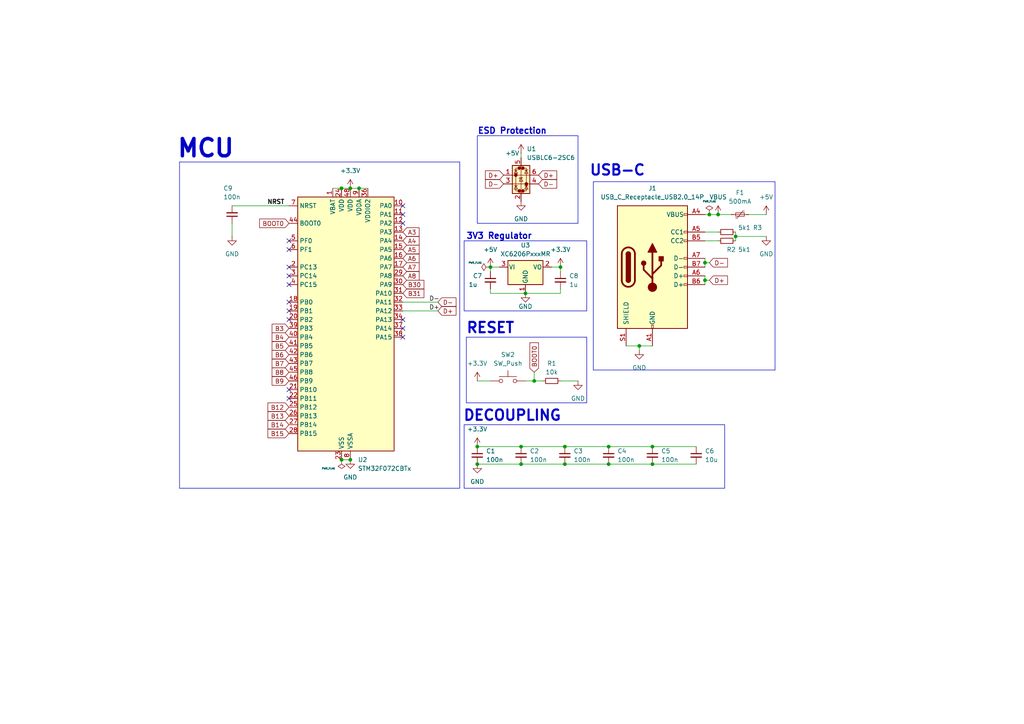
<source format=kicad_sch>
(kicad_sch (version 20231120) (generator "eeschema") (generator_version "8.0")
  (paper "A4")
  (title_block (title "KP60 Keyboard PCB") (date "2025-05-03") (rev "0.1"))
  (lib_symbols
    (symbol "Connector:USB_C_Receptacle_USB2.0_14P" (pin_names (offset 1.016))
      (property "Reference" "J" (at 0 22.225 0))
      (property "Value" "USB_C_Receptacle_USB2.0_14P" (at 0 19.685 0))
      (symbol "USB_C_Receptacle_USB2.0_14P_0_0"
        (rectangle (start -0.254 -17.78) (end 0.254 -16.764))
        (rectangle (start 10.16 -4.826) (end 9.144 -5.334))
        (rectangle (start 10.16 -2.286) (end 9.144 -2.794))
        (rectangle (start 10.16 0.254) (end 9.144 -0.254))
        (rectangle (start 10.16 2.794) (end 9.144 2.286))
        (rectangle (start 10.16 7.874) (end 9.144 7.366))
        (rectangle (start 10.16 10.414) (end 9.144 9.906))
        (rectangle (start 10.16 15.494) (end 9.144 14.986))
      )
      (symbol "USB_C_Receptacle_USB2.0_14P_0_1"
        (rectangle (start -10.16 17.78) (end 10.16 -17.78) (stroke (width 0.254)) (fill (type background)))
        (arc (start -8.89 -3.81) (mid -6.985 -5.7067) (end -5.08 -3.81) (stroke (width 0.508)))
        (arc (start -7.62 -3.81) (mid -6.985 -4.4423) (end -6.35 -3.81) (stroke (width 0.254)))
        (arc (start -7.62 -3.81) (mid -6.985 -4.4423) (end -6.35 -3.81) (stroke (width 0.254)) (fill (type outline)))
        (rectangle (start -7.62 -3.81) (end -6.35 3.81) (stroke (width 0.254)) (fill (type outline)))
        (arc (start -6.35 3.81) (mid -6.985 4.4423) (end -7.62 3.81) (stroke (width 0.254)))
        (arc (start -6.35 3.81) (mid -6.985 4.4423) (end -7.62 3.81) (stroke (width 0.254)) (fill (type outline)))
        (arc (start -5.08 3.81) (mid -6.985 5.7067) (end -8.89 3.81) (stroke (width 0.508)))
        (circle (center -2.54 1.143) (radius 0.635) (stroke (width 0.254)) (fill (type outline)))
        (circle (center 0 -5.842) (radius 1.27) (fill (type outline)))
        (polyline (pts (xy -8.89 -3.81) (xy -8.89 3.81)) (stroke (width 0.508)))
        (polyline (pts (xy -5.08 3.81) (xy -5.08 -3.81)) (stroke (width 0.508)))
        (polyline (pts (xy 0 -5.842) (xy 0 4.318)) (stroke (width 0.508)))
        (polyline (pts (xy 0 -3.302) (xy -2.54 -0.762) (xy -2.54 0.508)) (stroke (width 0.508)))
        (polyline (pts (xy 0 -2.032) (xy 2.54 0.508) (xy 2.54 1.778)) (stroke (width 0.508)))
        (polyline (pts (xy -1.27 4.318) (xy 0 6.858) (xy 1.27 4.318) (xy -1.27 4.318)) (stroke (width 0.254)) (fill (type outline)))
        (rectangle (start 1.905 1.778) (end 3.175 3.048) (stroke (width 0.254)) (fill (type outline)))
      )
      (symbol "USB_C_Receptacle_USB2.0_14P_1_1"
        (pin passive line (at 0 -22.86 90) (length 5.08) (name "GND") (number "A1"))
        (pin passive line (at 0 -22.86 90) (length 5.08) hide (name "GND") (number "A12"))
        (pin passive line (at 15.24 15.24 180) (length 5.08) (name "VBUS") (number "A4"))
        (pin bidirectional line (at 15.24 10.16 180) (length 5.08) (name "CC1") (number "A5"))
        (pin bidirectional line (at 15.24 -2.54 180) (length 5.08) (name "D+") (number "A6"))
        (pin bidirectional line (at 15.24 2.54 180) (length 5.08) (name "D-") (number "A7"))
        (pin passive line (at 15.24 15.24 180) (length 5.08) hide (name "VBUS") (number "A9"))
        (pin passive line (at 0 -22.86 90) (length 5.08) hide (name "GND") (number "B1"))
        (pin passive line (at 0 -22.86 90) (length 5.08) hide (name "GND") (number "B12"))
        (pin passive line (at 15.24 15.24 180) (length 5.08) hide (name "VBUS") (number "B4"))
        (pin bidirectional line (at 15.24 7.62 180) (length 5.08) (name "CC2") (number "B5"))
        (pin bidirectional line (at 15.24 -5.08 180) (length 5.08) (name "D+") (number "B6"))
        (pin bidirectional line (at 15.24 0 180) (length 5.08) (name "D-") (number "B7"))
        (pin passive line (at 15.24 15.24 180) (length 5.08) hide (name "VBUS") (number "B9"))
        (pin passive line (at -7.62 -22.86 90) (length 5.08) (name "SHIELD") (number "S1"))
      )
    )
    (symbol "Device:C_Small" (pin_numbers hide) (pin_names (offset 0.254) hide)
      (property "Reference" "C" (at 0.254 1.778 0))
      (property "Value" "C_Small" (at 0.254 -2.032 0))
      (symbol "C_Small_0_1"
        (polyline (pts (xy -1.524 -0.508) (xy 1.524 -0.508)) (stroke (width 0.3302)))
        (polyline (pts (xy -1.524 0.508) (xy 1.524 0.508)) (stroke (width 0.3048)))
      )
      (symbol "C_Small_1_1"
        (pin passive line (at 0 2.54 270) (length 2.032) (name "~") (number "1"))
        (pin passive line (at 0 -2.54 90) (length 2.032) (name "~") (number "2"))
      )
    )
    (symbol "Device:Polyfuse_Small" (pin_numbers hide) (pin_names (offset 0))
      (property "Reference" "F" (at -1.905 0 90))
      (property "Value" "Polyfuse_Small" (at 1.905 0 90))
      (symbol "Polyfuse_Small_0_1"
        (rectangle (start -0.508 1.27) (end 0.508 -1.27))
        (polyline (pts (xy 0 2.54) (xy 0 -2.54)))
        (polyline (pts (xy -1.016 1.27) (xy -1.016 0.762) (xy 1.016 -0.762) (xy 1.016 -1.27)))
      )
      (symbol "Polyfuse_Small_1_1"
        (pin passive line (at 0 2.54 270) (length 0.635) (name "~") (number "1"))
        (pin passive line (at 0 -2.54 90) (length 0.635) (name "~") (number "2"))
      )
    )
    (symbol "Device:R_Small" (pin_numbers hide) (pin_names (offset 0.254) hide)
      (property "Reference" "R" (at 0.762 0.508 0))
      (property "Value" "R_Small" (at 0.762 -1.016 0))
      (symbol "R_Small_0_1"
        (rectangle (start -0.762 1.778) (end 0.762 -1.778) (stroke (width 0.2032)))
      )
      (symbol "R_Small_1_1"
        (pin passive line (at 0 2.54 270) (length 0.762) (name "~") (number "1"))
        (pin passive line (at 0 -2.54 90) (length 0.762) (name "~") (number "2"))
      )
    )
    (symbol "MCU_ST_STM32F0:STM32F072CBTx"
      (property "Reference" "U" (at -12.7 39.37 0))
      (property "Value" "STM32F072CBTx" (at 10.16 39.37 0))
      (symbol "STM32F072CBTx_0_1"
        (rectangle (start -12.7 -35.56) (end 15.24 38.1) (stroke (width 0.254)) (fill (type background)))
      )
      (symbol "STM32F072CBTx_1_1"
        (pin power_in line (at -2.54 40.64 270) (length 2.54) (name "VBAT") (number "1"))
        (pin bidirectional line (at 17.78 35.56 180) (length 2.54) (name "PA0") (number "10"))
        (pin bidirectional line (at 17.78 33.02 180) (length 2.54) (name "PA1") (number "11"))
        (pin bidirectional line (at 17.78 30.48 180) (length 2.54) (name "PA2") (number "12"))
        (pin bidirectional line (at 17.78 27.94 180) (length 2.54) (name "PA3") (number "13"))
        (pin bidirectional line (at 17.78 25.4 180) (length 2.54) (name "PA4") (number "14"))
        (pin bidirectional line (at 17.78 22.86 180) (length 2.54) (name "PA5") (number "15"))
        (pin bidirectional line (at 17.78 20.32 180) (length 2.54) (name "PA6") (number "16"))
        (pin bidirectional line (at 17.78 17.78 180) (length 2.54) (name "PA7") (number "17"))
        (pin bidirectional line (at -15.24 7.62 0) (length 2.54) (name "PB0") (number "18"))
        (pin bidirectional line (at -15.24 5.08 0) (length 2.54) (name "PB1") (number "19"))
        (pin bidirectional line (at -15.24 17.78 0) (length 2.54) (name "PC13") (number "2"))
        (pin bidirectional line (at -15.24 2.54 0) (length 2.54) (name "PB2") (number "20"))
        (pin bidirectional line (at -15.24 -17.78 0) (length 2.54) (name "PB10") (number "21"))
        (pin bidirectional line (at -15.24 -20.32 0) (length 2.54) (name "PB11") (number "22"))
        (pin power_in line (at 0 -38.1 90) (length 2.54) (name "VSS") (number "23"))
        (pin power_in line (at 0 40.64 270) (length 2.54) (name "VDD") (number "24"))
        (pin bidirectional line (at -15.24 -22.86 0) (length 2.54) (name "PB12") (number "25"))
        (pin bidirectional line (at -15.24 -25.4 0) (length 2.54) (name "PB13") (number "26"))
        (pin bidirectional line (at -15.24 -27.94 0) (length 2.54) (name "PB14") (number "27"))
        (pin bidirectional line (at -15.24 -30.48 0) (length 2.54) (name "PB15") (number "28"))
        (pin bidirectional line (at 17.78 15.24 180) (length 2.54) (name "PA8") (number "29"))
        (pin bidirectional line (at -15.24 15.24 0) (length 2.54) (name "PC14") (number "3"))
        (pin bidirectional line (at 17.78 12.7 180) (length 2.54) (name "PA9") (number "30"))
        (pin bidirectional line (at 17.78 10.16 180) (length 2.54) (name "PA10") (number "31"))
        (pin bidirectional line (at 17.78 7.62 180) (length 2.54) (name "PA11") (number "32"))
        (pin bidirectional line (at 17.78 5.08 180) (length 2.54) (name "PA12") (number "33"))
        (pin bidirectional line (at 17.78 2.54 180) (length 2.54) (name "PA13") (number "34"))
        (pin passive line (at 0 -38.1 90) (length 2.54) hide (name "VSS") (number "35"))
        (pin power_in line (at 7.62 40.64 270) (length 2.54) (name "VDDIO2") (number "36"))
        (pin bidirectional line (at 17.78 0 180) (length 2.54) (name "PA14") (number "37"))
        (pin bidirectional line (at 17.78 -2.54 180) (length 2.54) (name "PA15") (number "38"))
        (pin bidirectional line (at -15.24 0 0) (length 2.54) (name "PB3") (number "39"))
        (pin bidirectional line (at -15.24 12.7 0) (length 2.54) (name "PC15") (number "4"))
        (pin bidirectional line (at -15.24 -2.54 0) (length 2.54) (name "PB4") (number "40"))
        (pin bidirectional line (at -15.24 -5.08 0) (length 2.54) (name "PB5") (number "41"))
        (pin bidirectional line (at -15.24 -7.62 0) (length 2.54) (name "PB6") (number "42"))
        (pin bidirectional line (at -15.24 -10.16 0) (length 2.54) (name "PB7") (number "43"))
        (pin input line (at -15.24 30.48 0) (length 2.54) (name "BOOT0") (number "44"))
        (pin bidirectional line (at -15.24 -12.7 0) (length 2.54) (name "PB8") (number "45"))
        (pin bidirectional line (at -15.24 -15.24 0) (length 2.54) (name "PB9") (number "46"))
        (pin passive line (at 0 -38.1 90) (length 2.54) hide (name "VSS") (number "47"))
        (pin power_in line (at 2.54 40.64 270) (length 2.54) (name "VDD") (number "48"))
        (pin bidirectional line (at -15.24 25.4 0) (length 2.54) (name "PF0") (number "5"))
        (pin bidirectional line (at -15.24 22.86 0) (length 2.54) (name "PF1") (number "6"))
        (pin input line (at -15.24 35.56 0) (length 2.54) (name "NRST") (number "7"))
        (pin power_in line (at 2.54 -38.1 90) (length 2.54) (name "VSSA") (number "8"))
        (pin power_in line (at 5.08 40.64 270) (length 2.54) (name "VDDA") (number "9"))
      )
    )
    (symbol "Power_Protection:USBLC6-2SC6" (pin_names hide)
      (property "Reference" "U" (at 0.635 5.715 0))
      (property "Value" "USBLC6-2SC6" (at 0.635 3.81 0))
      (symbol "USBLC6-2SC6_0_0"
        (circle (center -1.524 0) (radius 0.0001) (stroke (width 0.508)))
        (circle (center -0.508 -4.572) (radius 0.0001) (stroke (width 0.508)))
        (circle (center -0.508 2.032) (radius 0.0001) (stroke (width 0.508)))
        (circle (center 0.508 -4.572) (radius 0.0001) (stroke (width 0.508)))
        (circle (center 0.508 2.032) (radius 0.0001) (stroke (width 0.508)))
        (circle (center 1.524 -2.54) (radius 0.0001) (stroke (width 0.508)))
      )
      (symbol "USBLC6-2SC6_0_1"
        (polyline (pts (xy -2.54 -2.54) (xy 2.54 -2.54)))
        (polyline (pts (xy -2.54 0) (xy 2.54 0)))
        (polyline (pts (xy -2.032 -3.048) (xy -1.016 -3.048)))
        (polyline (pts (xy -1.016 1.524) (xy -2.032 1.524)))
        (polyline (pts (xy 1.016 -3.048) (xy 2.032 -3.048)))
        (polyline (pts (xy 1.016 1.524) (xy 2.032 1.524)))
        (polyline (pts (xy -0.508 -1.143) (xy -0.508 -0.762) (xy 0.508 -0.762)))
        (polyline (pts (xy -2.032 0.508) (xy -1.016 0.508) (xy -1.524 1.524) (xy -2.032 0.508)))
        (polyline (pts (xy -1.016 -4.064) (xy -2.032 -4.064) (xy -1.524 -3.048) (xy -1.016 -4.064)))
        (polyline (pts (xy 0.508 -1.778) (xy -0.508 -1.778) (xy 0 -0.762) (xy 0.508 -1.778)))
        (polyline (pts (xy 2.032 -4.064) (xy 1.016 -4.064) (xy 1.524 -3.048) (xy 2.032 -4.064)))
        (polyline (pts (xy 2.032 0.508) (xy 1.016 0.508) (xy 1.524 1.524) (xy 2.032 0.508)))
        (polyline (pts (xy 0 2.54) (xy -0.508 2.032) (xy 0.508 2.032) (xy 0 1.524) (xy 0 -4.064) (xy -0.508 -4.572) (xy 0.508 -4.572) (xy 0 -5.08)))
      )
      (symbol "USBLC6-2SC6_1_1"
        (rectangle (start -2.54 2.794) (end 2.54 -5.334) (stroke (width 0.254)) (fill (type background)))
        (polyline (pts (xy -0.508 2.032) (xy -1.524 2.032) (xy -1.524 -4.572) (xy -0.508 -4.572)))
        (polyline (pts (xy 0.508 -4.572) (xy 1.524 -4.572) (xy 1.524 2.032) (xy 0.508 2.032)))
        (pin passive line (at -5.08 0 0) (length 2.54) (name "I/O1") (number "1"))
        (pin passive line (at 0 -7.62 90) (length 2.54) (name "GND") (number "2"))
        (pin passive line (at -5.08 -2.54 0) (length 2.54) (name "I/O2") (number "3"))
        (pin passive line (at 5.08 -2.54 180) (length 2.54) (name "I/O2") (number "4"))
        (pin passive line (at 0 5.08 270) (length 2.54) (name "VBUS") (number "5"))
        (pin passive line (at 5.08 0 180) (length 2.54) (name "I/O1") (number "6"))
      )
    )
    (symbol "Regulator_Linear:XC6206PxxxMR" (pin_names (offset 0.254))
      (property "Reference" "U" (at -3.81 3.175 0))
      (property "Value" "XC6206PxxxMR" (at 0 3.175 0))
      (symbol "XC6206PxxxMR_0_1"
        (rectangle (start -5.08 1.905) (end 5.08 -5.08) (stroke (width 0.254)) (fill (type background)))
      )
      (symbol "XC6206PxxxMR_1_1"
        (pin power_in line (at 0 -7.62 90) (length 2.54) (name "GND") (number "1"))
        (pin power_out line (at 7.62 0 180) (length 2.54) (name "VO") (number "2"))
        (pin power_in line (at -7.62 0 0) (length 2.54) (name "VI") (number "3"))
      )
    )
    (symbol "Switch:SW_Push" (pin_numbers hide) (pin_names (offset 1.016) hide)
      (property "Reference" "SW" (at 1.27 2.54 0))
      (property "Value" "SW_Push" (at 0 -1.524 0))
      (symbol "SW_Push_0_1"
        (circle (center -2.032 0) (radius 0.508))
        (polyline (pts (xy 0 1.27) (xy 0 3.048)))
        (polyline (pts (xy 2.54 1.27) (xy -2.54 1.27)))
        (circle (center 2.032 0) (radius 0.508))
        (pin passive line (at -5.08 0 0) (length 2.54) (name "1") (number "1"))
        (pin passive line (at 5.08 0 180) (length 2.54) (name "2") (number "2"))
      )
    )
    (symbol "power:+3.3V" (power) (pin_numbers hide) (pin_names (offset 0) hide)
      (property "Value" "+3.3V" (at 0 3.556 0))
      (symbol "+3.3V_0_1"
        (polyline (pts (xy -0.762 1.27) (xy 0 2.54)))
        (polyline (pts (xy 0 0) (xy 0 2.54)))
        (polyline (pts (xy 0 2.54) (xy 0.762 1.27)))
      )
      (symbol "+3.3V_1_1"
        (pin power_in line (at 0 0 90) (length 0) (name "~") (number "1"))
      )
    )
    (symbol "power:+5V" (power) (pin_numbers hide) (pin_names (offset 0) hide)
      (property "Value" "+5V" (at 0 3.556 0))
      (symbol "+5V_0_1"
        (polyline (pts (xy -0.762 1.27) (xy 0 2.54)))
        (polyline (pts (xy 0 0) (xy 0 2.54)))
        (polyline (pts (xy 0 2.54) (xy 0.762 1.27)))
      )
      (symbol "+5V_1_1"
        (pin power_in line (at 0 0 90) (length 0) (name "~") (number "1"))
      )
    )
    (symbol "power:GND" (power) (pin_numbers hide) (pin_names (offset 0) hide)
      (property "Value" "GND" (at 0 -3.81 0))
      (symbol "GND_0_1"
        (polyline (pts (xy 0 0) (xy 0 -1.27) (xy 1.27 -1.27) (xy 0 -2.54) (xy -1.27 -1.27) (xy 0 -1.27)))
      )
      (symbol "GND_1_1"
        (pin power_in line (at 0 0 270) (length 0) (name "~") (number "1"))
      )
    )
    (symbol "power:PWR_FLAG" (power) (pin_numbers hide) (pin_names (offset 0) hide)
      (property "Value" "PWR_FLAG" (at 0 3.81 0))
      (symbol "PWR_FLAG_0_0"
        (pin power_out line (at 0 0 90) (length 0) (name "~") (number "1"))
      )
      (symbol "PWR_FLAG_0_1"
        (polyline (pts (xy 0 0) (xy 0 1.27) (xy -1.016 1.905) (xy 0 2.54) (xy 1.016 1.905) (xy 0 1.27)))
      )
    )
    (symbol "power:VBUS" (power) (pin_numbers hide) (pin_names (offset 0) hide)
      (property "Value" "VBUS" (at 0 3.556 0))
      (symbol "VBUS_0_1"
        (polyline (pts (xy -0.762 1.27) (xy 0 2.54)))
        (polyline (pts (xy 0 0) (xy 0 2.54)))
        (polyline (pts (xy 0 2.54) (xy 0.762 1.27)))
      )
      (symbol "VBUS_1_1"
        (pin power_in line (at 0 0 90) (length 0) (name "~") (number "1"))
      )
    )
  )
  (junction (at 176.53 129.54))
  (junction (at 138.43 134.62))
  (junction (at 138.43 129.54))
  (junction (at 101.6 133.35))
  (junction (at 163.83 129.54))
  (junction (at 154.94 110.49))
  (junction (at 204.47 76.2))
  (junction (at 104.14 54.61))
  (junction (at 101.6 54.61))
  (junction (at 189.23 129.54))
  (junction (at 213.36 68.58))
  (junction (at 208.28 62.23))
  (junction (at 142.24 77.47))
  (junction (at 151.13 134.62))
  (junction (at 189.23 134.62))
  (junction (at 99.06 54.61))
  (junction (at 185.42 100.33))
  (junction (at 205.74 62.23))
  (junction (at 162.56 77.47))
  (junction (at 152.4 85.09))
  (junction (at 151.13 129.54))
  (junction (at 176.53 134.62))
  (junction (at 99.06 133.35))
  (junction (at 163.83 134.62))
  (junction (at 204.47 81.28))
  (no_connect (at 116.84 64.77))
  (no_connect (at 83.82 77.47))
  (no_connect (at 83.82 69.85))
  (no_connect (at 83.82 115.57))
  (no_connect (at 83.82 92.71))
  (no_connect (at 83.82 87.63))
  (no_connect (at 116.84 95.25))
  (no_connect (at 116.84 97.79))
  (no_connect (at 116.84 92.71))
  (no_connect (at 83.82 90.17))
  (no_connect (at 116.84 59.69))
  (no_connect (at 83.82 80.01))
  (no_connect (at 83.82 82.55))
  (no_connect (at 116.84 62.23))
  (no_connect (at 83.82 113.03))
  (no_connect (at 83.82 72.39))
  (wire (pts (xy 185.42 100.33) (xy 189.23 100.33)))
  (wire (pts (xy 138.43 110.49) (xy 142.24 110.49)))
  (polyline (pts (xy 52.07 46.99) (xy 133.35 46.99)))
  (wire (pts (xy 204.47 81.28) (xy 205.74 81.28)))
  (wire (pts (xy 67.31 59.69) (xy 83.82 59.69)))
  (wire (pts (xy 101.6 54.61) (xy 104.14 54.61)))
  (polyline (pts (xy 134.62 140.335) (xy 134.62 123.19)))
  (wire (pts (xy 152.4 110.49) (xy 154.94 110.49)))
  (wire (pts (xy 181.61 100.33) (xy 185.42 100.33)))
  (wire (pts (xy 176.53 129.54) (xy 189.23 129.54)))
  (wire (pts (xy 99.06 133.35) (xy 101.6 133.35)))
  (wire (pts (xy 99.06 54.61) (xy 101.6 54.61)))
  (wire (pts (xy 162.56 110.49) (xy 167.64 110.49)))
  (polyline (pts (xy 133.35 141.605) (xy 52.07 141.605)))
  (polyline (pts (xy 210.185 140.97) (xy 210.185 141.605)))
  (wire (pts (xy 142.24 85.09) (xy 152.4 85.09)))
  (polyline (pts (xy 210.185 123.19) (xy 210.185 140.97)))
  (wire (pts (xy 204.47 67.31) (xy 208.28 67.31)))
  (wire (pts (xy 138.43 134.62) (xy 151.13 134.62)))
  (wire (pts (xy 185.42 100.33) (xy 185.42 101.6)))
  (wire (pts (xy 176.53 134.62) (xy 189.23 134.62)))
  (polyline (pts (xy 172.085 52.705) (xy 172.085 107.315)))
  (polyline (pts (xy 170.18 116.84) (xy 135.255 116.84)))
  (polyline (pts (xy 138.43 39.37) (xy 167.64 39.37)))
  (polyline (pts (xy 135.255 97.79) (xy 170.18 97.79)))
  (wire (pts (xy 160.02 77.47) (xy 162.56 77.47)))
  (polyline (pts (xy 135.89 69.85) (xy 170.18 69.85)))
  (polyline (pts (xy 170.18 90.17) (xy 134.62 90.17)))
  (wire (pts (xy 213.36 68.58) (xy 222.25 68.58)))
  (polyline (pts (xy 133.35 46.99) (xy 133.35 141.605)))
  (wire (pts (xy 204.47 76.2) (xy 204.47 77.47)))
  (wire (pts (xy 162.56 85.09) (xy 162.56 83.82)))
  (wire (pts (xy 104.14 54.61) (xy 106.68 54.61)))
  (wire (pts (xy 116.84 90.17) (xy 127 90.17)))
  (wire (pts (xy 163.83 134.62) (xy 176.53 134.62)))
  (polyline (pts (xy 52.07 46.99) (xy 52.07 141.605)))
  (polyline (pts (xy 135.255 97.79) (xy 135.255 116.84)))
  (wire (pts (xy 151.13 44.45) (xy 151.13 45.72)))
  (wire (pts (xy 67.31 64.77) (xy 67.31 68.58)))
  (wire (pts (xy 154.94 107.95) (xy 154.94 110.49)))
  (wire (pts (xy 163.83 129.54) (xy 176.53 129.54)))
  (wire (pts (xy 189.23 129.54) (xy 201.93 129.54)))
  (wire (pts (xy 154.94 110.49) (xy 157.48 110.49)))
  (polyline (pts (xy 134.62 69.85) (xy 135.89 69.85)))
  (wire (pts (xy 204.47 80.01) (xy 204.47 81.28)))
  (wire (pts (xy 189.23 134.62) (xy 201.93 134.62)))
  (wire (pts (xy 138.43 129.54) (xy 151.13 129.54)))
  (wire (pts (xy 116.84 87.63) (xy 127 87.63)))
  (wire (pts (xy 142.24 83.82) (xy 142.24 85.09)))
  (wire (pts (xy 142.24 77.47) (xy 142.24 78.74)))
  (wire (pts (xy 213.36 68.58) (xy 213.36 69.85)))
  (polyline (pts (xy 224.79 107.315) (xy 172.085 107.315)))
  (polyline (pts (xy 167.64 39.37) (xy 167.64 64.77)))
  (polyline (pts (xy 134.62 140.97) (xy 134.62 141.605)))
  (wire (pts (xy 205.74 62.23) (xy 208.28 62.23)))
  (wire (pts (xy 152.4 85.09) (xy 162.56 85.09)))
  (polyline (pts (xy 167.64 64.77) (xy 138.43 64.77)))
  (wire (pts (xy 204.47 62.23) (xy 205.74 62.23)))
  (wire (pts (xy 217.17 62.23) (xy 222.25 62.23)))
  (wire (pts (xy 204.47 69.85) (xy 208.28 69.85)))
  (polyline (pts (xy 134.62 140.335) (xy 134.62 140.97)))
  (wire (pts (xy 151.13 134.62) (xy 163.83 134.62)))
  (polyline (pts (xy 170.18 97.79) (xy 170.18 116.84)))
  (wire (pts (xy 204.47 81.28) (xy 204.47 82.55)))
  (polyline (pts (xy 138.43 39.37) (xy 138.43 64.77)))
  (wire (pts (xy 142.24 77.47) (xy 144.78 77.47)))
  (wire (pts (xy 151.13 129.54) (xy 163.83 129.54)))
  (polyline (pts (xy 210.185 141.605) (xy 134.62 141.605)))
  (wire (pts (xy 162.56 77.47) (xy 162.56 78.74)))
  (polyline (pts (xy 224.79 52.705) (xy 224.79 107.315)))
  (polyline (pts (xy 172.085 52.705) (xy 224.79 52.705)))
  (polyline (pts (xy 170.18 69.85) (xy 170.18 90.17)))
  (wire (pts (xy 204.47 76.2) (xy 205.74 76.2)))
  (wire (pts (xy 208.28 62.23) (xy 212.09 62.23)))
  (polyline (pts (xy 134.62 123.19) (xy 210.185 123.19)))
  (polyline (pts (xy 134.62 90.17) (xy 134.62 69.85)))
  (wire (pts (xy 96.52 54.61) (xy 99.06 54.61)))
  (wire (pts (xy 204.47 74.93) (xy 204.47 76.2)))
  (wire (pts (xy 213.36 67.31) (xy 213.36 68.58)))
  (text "ESD Protection" (at 148.59 38.1 0) (effects (font (size 1.75 1.75) (bold yes))))
  (text "DECOUPLING" (at 148.59 120.65 0) (effects (font (size 3 3) (bold yes))))
  (text "USB-C" (at 179.07 49.53 0) (effects (font (size 3 3) (bold yes))))
  (text "3V3 Regulator" (at 144.78 68.58 0) (effects (font (size 1.75 1.75) (bold yes))))
  (text "RESET" (at 142.24 95.25 0) (effects (font (size 3 3) (bold yes))))
  (text "MCU" (at 59.69 43.18 0) (effects (font (size 5 5) (thickness 1) (bold yes))))
  (label "D-" (at 124.46 87.63 0))
  (label "D+" (at 124.46 90.17 0))
  (label "NRST" (at 77.47 59.69 0) (effects (font (bold yes))))
  (global_label "D-" (shape input) (at 205.74 76.2 0) (property "Intersheetrefs" "${INTERSHEET_REFS}" (effects (hide yes))))
  (global_label "BOOT0" (shape input) (at 83.82 64.77 180) (property "Intersheetrefs" "${INTERSHEET_REFS}" (effects (hide yes))))
  (global_label "B9" (shape input) (at 83.82 110.49 180) (property "Intersheetrefs" "${INTERSHEET_REFS}" (effects (hide yes))))
  (global_label "D+" (shape input) (at 205.74 81.28 0) (property "Intersheetrefs" "${INTERSHEET_REFS}" (effects (hide yes))))
  (global_label "B5" (shape input) (at 83.82 100.33 180) (property "Intersheetrefs" "${INTERSHEET_REFS}" (effects (hide yes))))
  (global_label "B13" (shape input) (at 83.82 120.65 180) (property "Intersheetrefs" "${INTERSHEET_REFS}" (effects (hide yes))))
  (global_label "D+" (shape input) (at 156.21 50.8 0) (property "Intersheetrefs" "${INTERSHEET_REFS}" (effects (hide yes))))
  (global_label "BOOT0" (shape input) (at 154.94 107.95 90) (property "Intersheetrefs" "${INTERSHEET_REFS}" (effects (hide yes))))
  (global_label "D-" (shape input) (at 127 87.63 0) (property "Intersheetrefs" "${INTERSHEET_REFS}" (effects (hide yes))))
  (global_label "B30" (shape input) (at 116.84 82.55 0) (property "Intersheetrefs" "${INTERSHEET_REFS}" (effects (hide yes))))
  (global_label "B4" (shape input) (at 83.82 97.79 180) (property "Intersheetrefs" "${INTERSHEET_REFS}" (effects (hide yes))))
  (global_label "A4" (shape input) (at 116.84 69.85 0) (property "Intersheetrefs" "${INTERSHEET_REFS}" (effects (hide yes))))
  (global_label "B15" (shape input) (at 83.82 125.73 180) (property "Intersheetrefs" "${INTERSHEET_REFS}" (effects (hide yes))))
  (global_label "B31" (shape input) (at 116.84 85.09 0) (property "Intersheetrefs" "${INTERSHEET_REFS}" (effects (hide yes))))
  (global_label "D+" (shape input) (at 146.05 50.8 180) (property "Intersheetrefs" "${INTERSHEET_REFS}" (effects (hide yes))))
  (global_label "B3" (shape input) (at 83.82 95.25 180) (property "Intersheetrefs" "${INTERSHEET_REFS}" (effects (hide yes))))
  (global_label "B12" (shape input) (at 83.82 118.11 180) (property "Intersheetrefs" "${INTERSHEET_REFS}" (effects (hide yes))))
  (global_label "A3" (shape input) (at 116.84 67.31 0) (property "Intersheetrefs" "${INTERSHEET_REFS}" (effects (hide yes))))
  (global_label "B6" (shape input) (at 83.82 102.87 180) (property "Intersheetrefs" "${INTERSHEET_REFS}" (effects (hide yes))))
  (global_label "D-" (shape input) (at 146.05 53.34 180) (property "Intersheetrefs" "${INTERSHEET_REFS}" (effects (hide yes))))
  (global_label "B14" (shape input) (at 83.82 123.19 180) (property "Intersheetrefs" "${INTERSHEET_REFS}" (effects (hide yes))))
  (global_label "D-" (shape input) (at 156.21 53.34 0) (property "Intersheetrefs" "${INTERSHEET_REFS}" (effects (hide yes))))
  (global_label "B7" (shape input) (at 83.82 105.41 180) (property "Intersheetrefs" "${INTERSHEET_REFS}" (effects (hide yes))))
  (global_label "D+" (shape input) (at 127 90.17 0) (property "Intersheetrefs" "${INTERSHEET_REFS}" (effects (hide yes))))
  (global_label "A6" (shape input) (at 116.84 74.93 0) (property "Intersheetrefs" "${INTERSHEET_REFS}" (effects (hide yes))))
  (global_label "A8" (shape input) (at 116.84 80.01 0) (property "Intersheetrefs" "${INTERSHEET_REFS}" (effects (hide yes))))
  (global_label "A5" (shape input) (at 116.84 72.39 0) (property "Intersheetrefs" "${INTERSHEET_REFS}" (effects (hide yes))))
  (global_label "A7" (shape input) (at 116.84 77.47 0) (property "Intersheetrefs" "${INTERSHEET_REFS}" (effects (hide yes))))
  (global_label "B8" (shape input) (at 83.82 107.95 180) (property "Intersheetrefs" "${INTERSHEET_REFS}" (effects (hide yes))))
  (symbol (lib_id "Device:Polyfuse_Small") (at 214.63 62.23 90) (unit 1)
    (property "Reference" "F1" (at 214.63 55.88 90))
    (property "Value" "500mA" (at 214.63 58.42 90))
    (property "Footprint" "Fuse:Fuse_1206_3216Metric_Pad1.42x1.75mm_HandSolder" (effects (hide yes)))
    (property "Description" "Resettable fuse, polymeric positive temperature coefficient, small symbol" (effects (hide yes)))
  )
  (symbol (lib_id "Device:C_Small") (at 163.83 132.08 0) (unit 1)
    (property "Reference" "C3" (at 166.37 130.8162 0) (effects (justify left)))
    (property "Value" "100n" (at 166.37 133.3562 0) (effects (justify left)))
    (property "Footprint" "Capacitor_SMD:C_0805_2012Metric_Pad1.18x1.45mm_HandSolder" (effects (hide yes)))
    (property "Description" "Unpolarized capacitor, small symbol" (effects (hide yes)))
  )
  (symbol (lib_id "Device:C_Small") (at 138.43 132.08 0) (unit 1)
    (property "Reference" "C1" (at 140.97 130.8162 0) (effects (justify left)))
    (property "Value" "100n" (at 140.97 133.3562 0) (effects (justify left)))
    (property "Footprint" "Capacitor_SMD:C_0805_2012Metric_Pad1.18x1.45mm_HandSolder" (effects (hide yes)))
    (property "Description" "Unpolarized capacitor, small symbol" (effects (hide yes)))
  )
  (symbol (lib_id "Device:C_Small") (at 142.24 81.28 0) (unit 1)
    (property "Reference" "C7" (at 137.16 80.01 0) (effects (justify left)))
    (property "Value" "1u" (at 135.89 82.55 0) (effects (justify left)))
    (property "Footprint" "Capacitor_SMD:C_0805_2012Metric_Pad1.18x1.45mm_HandSolder" (effects (hide yes)))
    (property "Description" "Unpolarized capacitor, small symbol" (effects (hide yes)))
  )
  (symbol (lib_id "power:+5V") (at 151.13 44.45 0) (unit 1)
    (property "Reference" "#PWR010" (effects (hide yes)))
    (property "Value" "+5V" (at 148.59 44.45 0))
    (property "Description" "Power symbol creates a global label with name \"+5V\"" (effects (hide yes)))
  )
  (symbol (lib_id "power:GND") (at 101.6 133.35 0) (unit 1)
    (property "Reference" "#PWR013" (effects (hide yes)))
    (property "Value" "GND" (at 101.6 138.43 0))
    (property "Description" "Power symbol creates a global label with name \"GND\" , ground" (effects (hide yes)))
  )
  (symbol (lib_id "power:GND") (at 151.13 58.42 0) (unit 1)
    (property "Reference" "#PWR09" (effects (hide yes)))
    (property "Value" "GND" (at 151.13 63.5 0))
    (property "Description" "Power symbol creates a global label with name \"GND\" , ground" (effects (hide yes)))
  )
  (symbol (lib_id "power:PWR_FLAG") (at 99.06 133.35 180) (unit 1)
    (property "Reference" "#FLG02" (effects (hide yes)))
    (property "Value" "PWR_FLAG" (at 95.25 135.89 0) (effects (font (size 0.5 0.5))))
    (property "Description" "Special symbol for telling ERC where power comes from" (effects (hide yes)))
  )
  (symbol (lib_id "power:PWR_FLAG") (at 205.74 62.23 0) (unit 1)
    (property "Reference" "#FLG03" (effects (hide yes)))
    (property "Value" "PWR_FLAG" (at 205.74 58.42 0) (effects (font (size 0.5 0.5))))
    (property "Description" "Special symbol for telling ERC where power comes from" (effects (hide yes)))
  )
  (symbol (lib_id "power:+3.3V") (at 162.56 77.47 0) (unit 1)
    (property "Reference" "#PWR012" (effects (hide yes)))
    (property "Value" "+3.3V" (at 162.56 72.39 0))
    (property "Description" "Power symbol creates a global label with name \"+3.3V\"" (effects (hide yes)))
  )
  (symbol (lib_id "power:GND") (at 222.25 68.58 0) (unit 1)
    (property "Reference" "#PWR06" (effects (hide yes)))
    (property "Value" "GND" (at 222.25 73.66 0))
    (property "Description" "Power symbol creates a global label with name \"GND\" , ground" (effects (hide yes)))
  )
  (symbol (lib_id "Connector:USB_C_Receptacle_USB2.0_14P") (at 189.23 77.47 0) (unit 1)
    (property "Reference" "J1" (at 189.23 54.61 0))
    (property "Value" "USB_C_Receptacle_USB2.0_14P" (at 189.23 57.15 0))
    (property "Footprint" "Connector_USB:USB_C_Receptacle_HRO_TYPE-C-31-M-12" (effects (hide yes)))
    (property "Datasheet" "https://www.usb.org/sites/default/files/documents/usb_type-c.zip" (effects (hide yes)))
    (property "Description" "USB 2.0-only 14P Type-C Receptacle connector" (effects (hide yes)))
  )
  (symbol (lib_id "power:GND") (at 138.43 134.62 0) (unit 1)
    (property "Reference" "#PWR04" (effects (hide yes)))
    (property "Value" "GND" (at 138.43 139.7 0))
    (property "Description" "Power symbol creates a global label with name \"GND\" , ground" (effects (hide yes)))
  )
  (symbol (lib_id "Device:C_Small") (at 201.93 132.08 0) (unit 1)
    (property "Reference" "C6" (at 204.47 130.8162 0) (effects (justify left)))
    (property "Value" "10u" (at 204.47 133.3562 0) (effects (justify left)))
    (property "Footprint" "Capacitor_SMD:C_0805_2012Metric_Pad1.18x1.45mm_HandSolder" (effects (hide yes)))
    (property "Description" "Unpolarized capacitor, small symbol" (effects (hide yes)))
  )
  (symbol (lib_id "Regulator_Linear:XC6206PxxxMR") (at 152.4 77.47 0) (unit 1)
    (property "Reference" "U3" (at 152.4 71.12 0))
    (property "Value" "XC6206PxxxMR" (at 152.4 73.66 0))
    (property "Footprint" "Package_TO_SOT_SMD:SOT-23-3" (effects (hide yes)))
    (property "Datasheet" "https://www.torexsemi.com/file/xc6206/XC6206.pdf" (effects (hide yes)))
    (property "Description" "Positive 60-250mA Low Dropout Regulator, Fixed Output, SOT-23" (effects (hide yes)))
  )
  (symbol (lib_id "power:GND") (at 185.42 101.6 0) (unit 1)
    (property "Reference" "#PWR05" (effects (hide yes)))
    (property "Value" "GND" (at 185.42 106.68 0))
    (property "Description" "Power symbol creates a global label with name \"GND\" , ground" (effects (hide yes)))
  )
  (symbol (lib_id "power:+3.3V") (at 101.6 54.61 0) (unit 1)
    (property "Reference" "#PWR08" (effects (hide yes)))
    (property "Value" "+3.3V" (at 101.6 49.53 0))
    (property "Description" "Power symbol creates a global label with name \"+3.3V\"" (effects (hide yes)))
  )
  (symbol (lib_id "power:VBUS") (at 208.28 62.23 0) (unit 1)
    (property "Reference" "#PWR017" (effects (hide yes)))
    (property "Value" "VBUS" (at 208.28 57.15 0))
    (property "Description" "Power symbol creates a global label with name \"VBUS\"" (effects (hide yes)))
  )
  (symbol (lib_id "power:GND") (at 167.64 110.49 0) (unit 1)
    (property "Reference" "#PWR02" (effects (hide yes)))
    (property "Value" "GND" (at 167.64 115.57 0))
    (property "Description" "Power symbol creates a global label with name \"GND\" , ground" (effects (hide yes)))
  )
  (symbol (lib_id "power:+3.3V") (at 138.43 110.49 0) (unit 1)
    (property "Reference" "#PWR01" (effects (hide yes)))
    (property "Value" "+3.3V" (at 138.43 105.41 0))
    (property "Description" "Power symbol creates a global label with name \"+3.3V\"" (effects (hide yes)))
  )
  (symbol (lib_id "Device:C_Small") (at 189.23 132.08 0) (unit 1)
    (property "Reference" "C5" (at 191.77 130.8162 0) (effects (justify left)))
    (property "Value" "100n" (at 191.77 133.3562 0) (effects (justify left)))
    (property "Footprint" "Capacitor_SMD:C_0805_2012Metric_Pad1.18x1.45mm_HandSolder" (effects (hide yes)))
    (property "Description" "Unpolarized capacitor, small symbol" (effects (hide yes)))
  )
  (symbol (lib_id "power:PWR_FLAG") (at 142.24 77.47 90) (unit 1)
    (property "Reference" "#FLG01" (effects (hide yes)))
    (property "Value" "PWR_FLAG" (at 139.7 76.2 90) (effects (font (size 0.5 0.5)) (justify left)))
    (property "Description" "Special symbol for telling ERC where power comes from" (effects (hide yes)))
  )
  (symbol (lib_id "MCU_ST_STM32F0:STM32F072CBTx") (at 99.06 95.25 0) (unit 1)
    (property "Reference" "U2" (at 103.7941 133.35 0) (effects (justify left)))
    (property "Value" "STM32F072CBTx" (at 103.7941 135.89 0) (effects (justify left)))
    (property "Footprint" "Package_QFP:LQFP-48_7x7mm_P0.5mm" (effects (hide yes)))
    (property "Datasheet" "https://www.st.com/resource/en/datasheet/stm32f072cb.pdf" (effects (hide yes)))
    (property "Description" "STMicroelectronics Arm Cortex-M0 MCU, 128KB flash, 16KB RAM, 48 MHz, 2.0-3.6V, 37 GPIO, LQFP48" (effects (hide yes)))
  )
  (symbol (lib_id "power:+3.3V") (at 138.43 129.54 0) (unit 1)
    (property "Reference" "#PWR03" (effects (hide yes)))
    (property "Value" "+3.3V" (at 138.43 124.46 0))
    (property "Description" "Power symbol creates a global label with name \"+3.3V\"" (effects (hide yes)))
  )
  (symbol (lib_id "Switch:SW_Push") (at 147.32 110.49 0) (unit 1)
    (property "Reference" "SW2" (at 147.32 102.87 0))
    (property "Value" "SW_Push" (at 147.32 105.41 0))
    (property "Footprint" "Button_Switch_SMD:SW_SPST_TL3342" (effects (hide yes)))
    (property "Description" "Push button switch, generic, two pins" (effects (hide yes)))
  )
  (symbol (lib_id "Device:R_Small") (at 210.82 69.85 270) (unit 1)
    (property "Reference" "R2" (at 212.09 72.39 90))
    (property "Value" "5k1" (at 215.9 72.39 90))
    (property "Footprint" "Resistor_SMD:R_0603_1608Metric_Pad0.98x0.95mm_HandSolder" (effects (hide yes)))
    (property "Description" "Resistor, small symbol" (effects (hide yes)))
  )
  (symbol (lib_id "power:+5V") (at 142.24 77.47 0) (unit 1)
    (property "Reference" "#PWR011" (effects (hide yes)))
    (property "Value" "+5V" (at 142.24 72.39 0))
    (property "Description" "Power symbol creates a global label with name \"+5V\"" (effects (hide yes)))
  )
  (symbol (lib_id "Device:C_Small") (at 176.53 132.08 0) (unit 1)
    (property "Reference" "C4" (at 179.07 130.8162 0) (effects (justify left)))
    (property "Value" "100n" (at 179.07 133.3562 0) (effects (justify left)))
    (property "Footprint" "Capacitor_SMD:C_0805_2012Metric_Pad1.18x1.45mm_HandSolder" (effects (hide yes)))
    (property "Description" "Unpolarized capacitor, small symbol" (effects (hide yes)))
  )
  (symbol (lib_id "power:GND") (at 152.4 85.09 0) (unit 1)
    (property "Reference" "#PWR016" (effects (hide yes)))
    (property "Value" "GND" (at 152.4 88.9 0))
    (property "Description" "Power symbol creates a global label with name \"GND\" , ground" (effects (hide yes)))
  )
  (symbol (lib_id "Device:R_Small") (at 210.82 67.31 270) (unit 1)
    (property "Reference" "R3" (at 219.71 66.04 90))
    (property "Value" "5k1" (at 215.9 66.04 90))
    (property "Footprint" "Resistor_SMD:R_0603_1608Metric_Pad0.98x0.95mm_HandSolder" (effects (hide yes)))
    (property "Description" "Resistor, small symbol" (effects (hide yes)))
  )
  (symbol (lib_id "Device:C_Small") (at 162.56 81.28 0) (unit 1)
    (property "Reference" "C8" (at 165.1 80.0162 0) (effects (justify left)))
    (property "Value" "1u" (at 165.1 82.5562 0) (effects (justify left)))
    (property "Footprint" "Capacitor_SMD:C_0805_2012Metric_Pad1.18x1.45mm_HandSolder" (effects (hide yes)))
    (property "Description" "Unpolarized capacitor, small symbol" (effects (hide yes)))
  )
  (symbol (lib_id "Device:R_Small") (at 160.02 110.49 90) (unit 1)
    (property "Reference" "R1" (at 160.02 105.41 90))
    (property "Value" "10k" (at 160.02 107.95 90))
    (property "Footprint" "Resistor_SMD:R_0603_1608Metric_Pad0.98x0.95mm_HandSolder" (effects (hide yes)))
    (property "Description" "Resistor, small symbol" (effects (hide yes)))
  )
  (symbol (lib_id "Device:C_Small") (at 151.13 132.08 0) (unit 1)
    (property "Reference" "C2" (at 153.67 130.8162 0) (effects (justify left)))
    (property "Value" "100n" (at 153.67 133.3562 0) (effects (justify left)))
    (property "Footprint" "Capacitor_SMD:C_0805_2012Metric_Pad1.18x1.45mm_HandSolder" (effects (hide yes)))
    (property "Description" "Unpolarized capacitor, small symbol" (effects (hide yes)))
  )
  (symbol (lib_id "Device:C_Small") (at 67.31 62.23 180) (unit 1)
    (property "Reference" "C9" (at 64.77 54.61 0) (effects (justify right)))
    (property "Value" "100n" (at 64.77 57.15 0) (effects (justify right)))
    (property "Footprint" "Capacitor_SMD:C_0805_2012Metric_Pad1.18x1.45mm_HandSolder" (effects (hide yes)))
    (property "Description" "Unpolarized capacitor, small symbol" (effects (hide yes)))
  )
  (symbol (lib_id "power:+5V") (at 222.25 62.23 0) (unit 1)
    (property "Reference" "#PWR07" (effects (hide yes)))
    (property "Value" "+5V" (at 222.25 57.15 0))
    (property "Description" "Power symbol creates a global label with name \"+5V\"" (effects (hide yes)))
  )
  (symbol (lib_id "Power_Protection:USBLC6-2SC6") (at 151.13 50.8 0) (unit 1)
    (property "Reference" "U1" (at 152.7811 43.18 0) (effects (justify left)))
    (property "Value" "USBLC6-2SC6" (at 152.7811 45.72 0) (effects (justify left)))
    (property "Footprint" "Package_TO_SOT_SMD:SOT-23-6" (effects (hide yes)))
    (property "Datasheet" "https://www.st.com/resource/en/datasheet/usblc6-2.pdf" (effects (hide yes)))
    (property "Description" "Very low capacitance ESD protection diode, 2 data-line, SOT-23-6" (effects (hide yes)))
  )
  (symbol (lib_id "power:GND") (at 67.31 68.58 0) (unit 1)
    (property "Reference" "#PWR014" (effects (hide yes)))
    (property "Value" "GND" (at 67.31 73.66 0))
    (property "Description" "Power symbol creates a global label with name \"GND\" , ground" (effects (hide yes)))
  )
  (sheet (at 10.16 219.71) (size 278.13 196.85) (stroke (width 0.1524))
    (property "Sheetname" "Matrix" (at 10.16 218.9984 0) (effects (justify left bottom)))
    (property "Sheetfile" "matrix.kicad_sch" (at 10.16 417.1446 0) (effects (justify left top)))
  )
)
</source>
